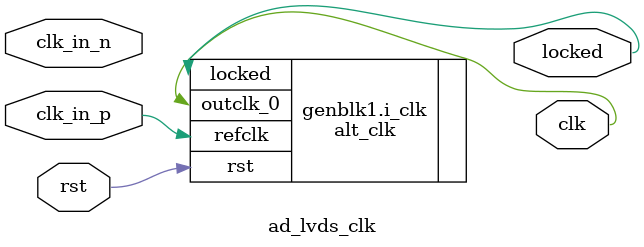
<source format=v>

`timescale 1ns/100ps

module ad_lvds_clk #(

  parameter   DEVICE_TYPE       = 0) (

  input                   rst,
  output                  locked,

  input                   clk_in_p,
  input                   clk_in_n,
  output                  clk);


  
  // instantiations

  generate
  if (DEVICE_TYPE == 0) begin
  alt_clk i_clk (
    .rst (rst),
    .refclk (clk_in_p),
    .outclk_0 (clk),
    .locked (locked));
  end
  endgenerate

  generate
  if (DEVICE_TYPE == 1) begin
  altera_pll #(
    .reference_clock_frequency("250.0 MHz"),
    .operation_mode("lvds"),
    .number_of_clocks(1),
    .output_clock_frequency0("250.0 MHz"),
    .phase_shift0("0"))
  i_clk (
    .rst (rst),
    .refclk (clk_in_p),
    .outclk (clk),
    .locked (locked));
  end
  endgenerate

endmodule

// ***************************************************************************
// ***************************************************************************

</source>
